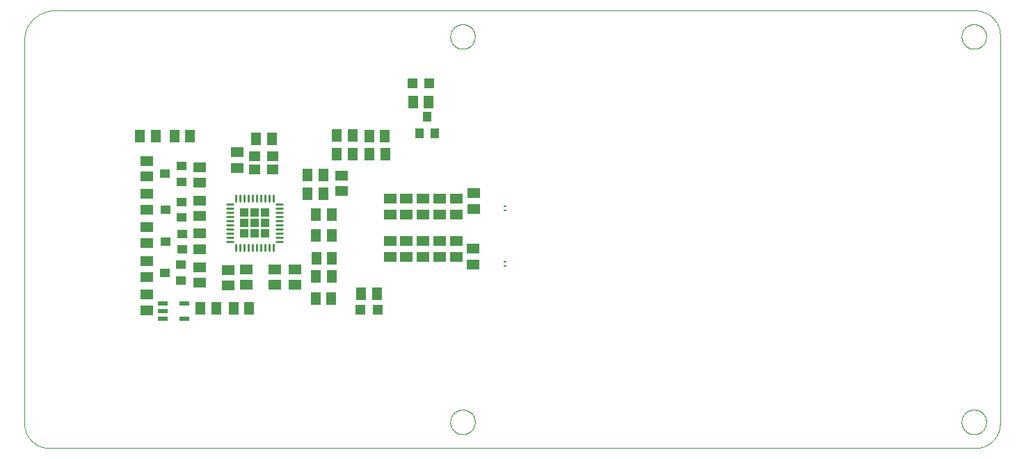
<source format=gtp>
G75*
%MOIN*%
%OFA0B0*%
%FSLAX25Y25*%
%IPPOS*%
%LPD*%
%AMOC8*
5,1,8,0,0,1.08239X$1,22.5*
%
%ADD10C,0.00000*%
%ADD11C,0.00984*%
%ADD12R,0.03937X0.03937*%
%ADD13R,0.05118X0.05906*%
%ADD14R,0.05906X0.05118*%
%ADD15R,0.05512X0.04724*%
%ADD16R,0.01693X0.01102*%
%ADD17R,0.04724X0.04724*%
%ADD18R,0.04724X0.02165*%
%ADD19R,0.05000X0.03937*%
%ADD20R,0.03937X0.05000*%
D10*
X0063780Y0019811D02*
X0063780Y0204189D01*
X0063796Y0204540D01*
X0063822Y0204891D01*
X0063855Y0205240D01*
X0063898Y0205589D01*
X0063949Y0205937D01*
X0064008Y0206283D01*
X0064076Y0206628D01*
X0064152Y0206971D01*
X0064237Y0207312D01*
X0064330Y0207651D01*
X0064432Y0207988D01*
X0064541Y0208322D01*
X0064659Y0208653D01*
X0064785Y0208981D01*
X0064919Y0209306D01*
X0065060Y0209628D01*
X0065210Y0209946D01*
X0065368Y0210260D01*
X0065533Y0210570D01*
X0065705Y0210876D01*
X0065885Y0211178D01*
X0066073Y0211475D01*
X0066268Y0211768D01*
X0066469Y0212056D01*
X0066678Y0212338D01*
X0066894Y0212616D01*
X0067116Y0212888D01*
X0067345Y0213154D01*
X0067581Y0213415D01*
X0067823Y0213670D01*
X0068071Y0213919D01*
X0068325Y0214162D01*
X0068585Y0214399D01*
X0068851Y0214629D01*
X0069122Y0214852D01*
X0069399Y0215069D01*
X0069680Y0215279D01*
X0069967Y0215482D01*
X0070259Y0215678D01*
X0070556Y0215866D01*
X0070857Y0216047D01*
X0071162Y0216221D01*
X0071472Y0216388D01*
X0071786Y0216546D01*
X0072103Y0216697D01*
X0072424Y0216840D01*
X0072749Y0216975D01*
X0073076Y0217102D01*
X0073407Y0217221D01*
X0073740Y0217332D01*
X0074077Y0217435D01*
X0074415Y0217529D01*
X0074756Y0217615D01*
X0075099Y0217693D01*
X0075443Y0217762D01*
X0075789Y0217823D01*
X0076137Y0217875D01*
X0076486Y0217919D01*
X0076835Y0217954D01*
X0077186Y0217980D01*
X0077537Y0217998D01*
X0077888Y0218008D01*
X0078240Y0218008D01*
X0078591Y0218000D01*
X0519409Y0218000D01*
X0531280Y0206189D02*
X0531280Y0019811D01*
X0531279Y0019811D02*
X0531275Y0019525D01*
X0531264Y0019239D01*
X0531246Y0018953D01*
X0531221Y0018668D01*
X0531189Y0018384D01*
X0531151Y0018100D01*
X0531105Y0017818D01*
X0531053Y0017537D01*
X0530994Y0017257D01*
X0530928Y0016978D01*
X0530855Y0016701D01*
X0530776Y0016426D01*
X0530690Y0016153D01*
X0530598Y0015883D01*
X0530499Y0015614D01*
X0530394Y0015348D01*
X0530282Y0015085D01*
X0530164Y0014824D01*
X0530040Y0014566D01*
X0529909Y0014312D01*
X0529772Y0014060D01*
X0529630Y0013812D01*
X0529481Y0013568D01*
X0529327Y0013327D01*
X0529166Y0013090D01*
X0529000Y0012857D01*
X0528829Y0012628D01*
X0528652Y0012403D01*
X0528469Y0012183D01*
X0528282Y0011967D01*
X0528089Y0011755D01*
X0527891Y0011549D01*
X0527688Y0011347D01*
X0527481Y0011150D01*
X0527268Y0010958D01*
X0527051Y0010771D01*
X0526830Y0010590D01*
X0526604Y0010414D01*
X0526374Y0010244D01*
X0526140Y0010079D01*
X0525903Y0009920D01*
X0525661Y0009767D01*
X0525416Y0009619D01*
X0525167Y0009478D01*
X0524915Y0009342D01*
X0524660Y0009213D01*
X0524401Y0009090D01*
X0524140Y0008973D01*
X0523876Y0008863D01*
X0523610Y0008759D01*
X0523341Y0008661D01*
X0523069Y0008570D01*
X0522796Y0008486D01*
X0522521Y0008408D01*
X0522244Y0008337D01*
X0521965Y0008273D01*
X0521685Y0008215D01*
X0521403Y0008164D01*
X0521120Y0008120D01*
X0520837Y0008083D01*
X0520552Y0008052D01*
X0520267Y0008029D01*
X0519981Y0008012D01*
X0519695Y0008003D01*
X0519409Y0008000D01*
X0075591Y0008000D01*
X0075306Y0008003D01*
X0075020Y0008014D01*
X0074735Y0008031D01*
X0074451Y0008055D01*
X0074167Y0008086D01*
X0073884Y0008124D01*
X0073603Y0008169D01*
X0073322Y0008220D01*
X0073042Y0008278D01*
X0072764Y0008343D01*
X0072488Y0008415D01*
X0072214Y0008493D01*
X0071941Y0008578D01*
X0071671Y0008670D01*
X0071403Y0008768D01*
X0071137Y0008872D01*
X0070874Y0008983D01*
X0070614Y0009100D01*
X0070356Y0009223D01*
X0070102Y0009353D01*
X0069851Y0009489D01*
X0069603Y0009630D01*
X0069359Y0009778D01*
X0069118Y0009931D01*
X0068882Y0010091D01*
X0068649Y0010256D01*
X0068420Y0010426D01*
X0068195Y0010602D01*
X0067975Y0010784D01*
X0067759Y0010970D01*
X0067548Y0011162D01*
X0067341Y0011359D01*
X0067139Y0011561D01*
X0066942Y0011768D01*
X0066750Y0011979D01*
X0066564Y0012195D01*
X0066382Y0012415D01*
X0066206Y0012640D01*
X0066036Y0012869D01*
X0065871Y0013102D01*
X0065711Y0013338D01*
X0065558Y0013579D01*
X0065410Y0013823D01*
X0065269Y0014071D01*
X0065133Y0014322D01*
X0065003Y0014576D01*
X0064880Y0014834D01*
X0064763Y0015094D01*
X0064652Y0015357D01*
X0064548Y0015623D01*
X0064450Y0015891D01*
X0064358Y0016161D01*
X0064273Y0016434D01*
X0064195Y0016708D01*
X0064123Y0016984D01*
X0064058Y0017262D01*
X0064000Y0017542D01*
X0063949Y0017823D01*
X0063904Y0018104D01*
X0063866Y0018387D01*
X0063835Y0018671D01*
X0063811Y0018955D01*
X0063794Y0019240D01*
X0063783Y0019526D01*
X0063780Y0019811D01*
X0267874Y0020500D02*
X0267876Y0020653D01*
X0267882Y0020807D01*
X0267892Y0020960D01*
X0267906Y0021112D01*
X0267924Y0021265D01*
X0267946Y0021416D01*
X0267971Y0021567D01*
X0268001Y0021718D01*
X0268035Y0021868D01*
X0268072Y0022016D01*
X0268113Y0022164D01*
X0268158Y0022310D01*
X0268207Y0022456D01*
X0268260Y0022600D01*
X0268316Y0022742D01*
X0268376Y0022883D01*
X0268440Y0023023D01*
X0268507Y0023161D01*
X0268578Y0023297D01*
X0268653Y0023431D01*
X0268730Y0023563D01*
X0268812Y0023693D01*
X0268896Y0023821D01*
X0268984Y0023947D01*
X0269075Y0024070D01*
X0269169Y0024191D01*
X0269267Y0024309D01*
X0269367Y0024425D01*
X0269471Y0024538D01*
X0269577Y0024649D01*
X0269686Y0024757D01*
X0269798Y0024862D01*
X0269912Y0024963D01*
X0270030Y0025062D01*
X0270149Y0025158D01*
X0270271Y0025251D01*
X0270396Y0025340D01*
X0270523Y0025427D01*
X0270652Y0025509D01*
X0270783Y0025589D01*
X0270916Y0025665D01*
X0271051Y0025738D01*
X0271188Y0025807D01*
X0271327Y0025872D01*
X0271467Y0025934D01*
X0271609Y0025992D01*
X0271752Y0026047D01*
X0271897Y0026098D01*
X0272043Y0026145D01*
X0272190Y0026188D01*
X0272338Y0026227D01*
X0272487Y0026263D01*
X0272637Y0026294D01*
X0272788Y0026322D01*
X0272939Y0026346D01*
X0273092Y0026366D01*
X0273244Y0026382D01*
X0273397Y0026394D01*
X0273550Y0026402D01*
X0273703Y0026406D01*
X0273857Y0026406D01*
X0274010Y0026402D01*
X0274163Y0026394D01*
X0274316Y0026382D01*
X0274468Y0026366D01*
X0274621Y0026346D01*
X0274772Y0026322D01*
X0274923Y0026294D01*
X0275073Y0026263D01*
X0275222Y0026227D01*
X0275370Y0026188D01*
X0275517Y0026145D01*
X0275663Y0026098D01*
X0275808Y0026047D01*
X0275951Y0025992D01*
X0276093Y0025934D01*
X0276233Y0025872D01*
X0276372Y0025807D01*
X0276509Y0025738D01*
X0276644Y0025665D01*
X0276777Y0025589D01*
X0276908Y0025509D01*
X0277037Y0025427D01*
X0277164Y0025340D01*
X0277289Y0025251D01*
X0277411Y0025158D01*
X0277530Y0025062D01*
X0277648Y0024963D01*
X0277762Y0024862D01*
X0277874Y0024757D01*
X0277983Y0024649D01*
X0278089Y0024538D01*
X0278193Y0024425D01*
X0278293Y0024309D01*
X0278391Y0024191D01*
X0278485Y0024070D01*
X0278576Y0023947D01*
X0278664Y0023821D01*
X0278748Y0023693D01*
X0278830Y0023563D01*
X0278907Y0023431D01*
X0278982Y0023297D01*
X0279053Y0023161D01*
X0279120Y0023023D01*
X0279184Y0022883D01*
X0279244Y0022742D01*
X0279300Y0022600D01*
X0279353Y0022456D01*
X0279402Y0022310D01*
X0279447Y0022164D01*
X0279488Y0022016D01*
X0279525Y0021868D01*
X0279559Y0021718D01*
X0279589Y0021567D01*
X0279614Y0021416D01*
X0279636Y0021265D01*
X0279654Y0021112D01*
X0279668Y0020960D01*
X0279678Y0020807D01*
X0279684Y0020653D01*
X0279686Y0020500D01*
X0279684Y0020347D01*
X0279678Y0020193D01*
X0279668Y0020040D01*
X0279654Y0019888D01*
X0279636Y0019735D01*
X0279614Y0019584D01*
X0279589Y0019433D01*
X0279559Y0019282D01*
X0279525Y0019132D01*
X0279488Y0018984D01*
X0279447Y0018836D01*
X0279402Y0018690D01*
X0279353Y0018544D01*
X0279300Y0018400D01*
X0279244Y0018258D01*
X0279184Y0018117D01*
X0279120Y0017977D01*
X0279053Y0017839D01*
X0278982Y0017703D01*
X0278907Y0017569D01*
X0278830Y0017437D01*
X0278748Y0017307D01*
X0278664Y0017179D01*
X0278576Y0017053D01*
X0278485Y0016930D01*
X0278391Y0016809D01*
X0278293Y0016691D01*
X0278193Y0016575D01*
X0278089Y0016462D01*
X0277983Y0016351D01*
X0277874Y0016243D01*
X0277762Y0016138D01*
X0277648Y0016037D01*
X0277530Y0015938D01*
X0277411Y0015842D01*
X0277289Y0015749D01*
X0277164Y0015660D01*
X0277037Y0015573D01*
X0276908Y0015491D01*
X0276777Y0015411D01*
X0276644Y0015335D01*
X0276509Y0015262D01*
X0276372Y0015193D01*
X0276233Y0015128D01*
X0276093Y0015066D01*
X0275951Y0015008D01*
X0275808Y0014953D01*
X0275663Y0014902D01*
X0275517Y0014855D01*
X0275370Y0014812D01*
X0275222Y0014773D01*
X0275073Y0014737D01*
X0274923Y0014706D01*
X0274772Y0014678D01*
X0274621Y0014654D01*
X0274468Y0014634D01*
X0274316Y0014618D01*
X0274163Y0014606D01*
X0274010Y0014598D01*
X0273857Y0014594D01*
X0273703Y0014594D01*
X0273550Y0014598D01*
X0273397Y0014606D01*
X0273244Y0014618D01*
X0273092Y0014634D01*
X0272939Y0014654D01*
X0272788Y0014678D01*
X0272637Y0014706D01*
X0272487Y0014737D01*
X0272338Y0014773D01*
X0272190Y0014812D01*
X0272043Y0014855D01*
X0271897Y0014902D01*
X0271752Y0014953D01*
X0271609Y0015008D01*
X0271467Y0015066D01*
X0271327Y0015128D01*
X0271188Y0015193D01*
X0271051Y0015262D01*
X0270916Y0015335D01*
X0270783Y0015411D01*
X0270652Y0015491D01*
X0270523Y0015573D01*
X0270396Y0015660D01*
X0270271Y0015749D01*
X0270149Y0015842D01*
X0270030Y0015938D01*
X0269912Y0016037D01*
X0269798Y0016138D01*
X0269686Y0016243D01*
X0269577Y0016351D01*
X0269471Y0016462D01*
X0269367Y0016575D01*
X0269267Y0016691D01*
X0269169Y0016809D01*
X0269075Y0016930D01*
X0268984Y0017053D01*
X0268896Y0017179D01*
X0268812Y0017307D01*
X0268730Y0017437D01*
X0268653Y0017569D01*
X0268578Y0017703D01*
X0268507Y0017839D01*
X0268440Y0017977D01*
X0268376Y0018117D01*
X0268316Y0018258D01*
X0268260Y0018400D01*
X0268207Y0018544D01*
X0268158Y0018690D01*
X0268113Y0018836D01*
X0268072Y0018984D01*
X0268035Y0019132D01*
X0268001Y0019282D01*
X0267971Y0019433D01*
X0267946Y0019584D01*
X0267924Y0019735D01*
X0267906Y0019888D01*
X0267892Y0020040D01*
X0267882Y0020193D01*
X0267876Y0020347D01*
X0267874Y0020500D01*
X0512874Y0020500D02*
X0512876Y0020653D01*
X0512882Y0020807D01*
X0512892Y0020960D01*
X0512906Y0021112D01*
X0512924Y0021265D01*
X0512946Y0021416D01*
X0512971Y0021567D01*
X0513001Y0021718D01*
X0513035Y0021868D01*
X0513072Y0022016D01*
X0513113Y0022164D01*
X0513158Y0022310D01*
X0513207Y0022456D01*
X0513260Y0022600D01*
X0513316Y0022742D01*
X0513376Y0022883D01*
X0513440Y0023023D01*
X0513507Y0023161D01*
X0513578Y0023297D01*
X0513653Y0023431D01*
X0513730Y0023563D01*
X0513812Y0023693D01*
X0513896Y0023821D01*
X0513984Y0023947D01*
X0514075Y0024070D01*
X0514169Y0024191D01*
X0514267Y0024309D01*
X0514367Y0024425D01*
X0514471Y0024538D01*
X0514577Y0024649D01*
X0514686Y0024757D01*
X0514798Y0024862D01*
X0514912Y0024963D01*
X0515030Y0025062D01*
X0515149Y0025158D01*
X0515271Y0025251D01*
X0515396Y0025340D01*
X0515523Y0025427D01*
X0515652Y0025509D01*
X0515783Y0025589D01*
X0515916Y0025665D01*
X0516051Y0025738D01*
X0516188Y0025807D01*
X0516327Y0025872D01*
X0516467Y0025934D01*
X0516609Y0025992D01*
X0516752Y0026047D01*
X0516897Y0026098D01*
X0517043Y0026145D01*
X0517190Y0026188D01*
X0517338Y0026227D01*
X0517487Y0026263D01*
X0517637Y0026294D01*
X0517788Y0026322D01*
X0517939Y0026346D01*
X0518092Y0026366D01*
X0518244Y0026382D01*
X0518397Y0026394D01*
X0518550Y0026402D01*
X0518703Y0026406D01*
X0518857Y0026406D01*
X0519010Y0026402D01*
X0519163Y0026394D01*
X0519316Y0026382D01*
X0519468Y0026366D01*
X0519621Y0026346D01*
X0519772Y0026322D01*
X0519923Y0026294D01*
X0520073Y0026263D01*
X0520222Y0026227D01*
X0520370Y0026188D01*
X0520517Y0026145D01*
X0520663Y0026098D01*
X0520808Y0026047D01*
X0520951Y0025992D01*
X0521093Y0025934D01*
X0521233Y0025872D01*
X0521372Y0025807D01*
X0521509Y0025738D01*
X0521644Y0025665D01*
X0521777Y0025589D01*
X0521908Y0025509D01*
X0522037Y0025427D01*
X0522164Y0025340D01*
X0522289Y0025251D01*
X0522411Y0025158D01*
X0522530Y0025062D01*
X0522648Y0024963D01*
X0522762Y0024862D01*
X0522874Y0024757D01*
X0522983Y0024649D01*
X0523089Y0024538D01*
X0523193Y0024425D01*
X0523293Y0024309D01*
X0523391Y0024191D01*
X0523485Y0024070D01*
X0523576Y0023947D01*
X0523664Y0023821D01*
X0523748Y0023693D01*
X0523830Y0023563D01*
X0523907Y0023431D01*
X0523982Y0023297D01*
X0524053Y0023161D01*
X0524120Y0023023D01*
X0524184Y0022883D01*
X0524244Y0022742D01*
X0524300Y0022600D01*
X0524353Y0022456D01*
X0524402Y0022310D01*
X0524447Y0022164D01*
X0524488Y0022016D01*
X0524525Y0021868D01*
X0524559Y0021718D01*
X0524589Y0021567D01*
X0524614Y0021416D01*
X0524636Y0021265D01*
X0524654Y0021112D01*
X0524668Y0020960D01*
X0524678Y0020807D01*
X0524684Y0020653D01*
X0524686Y0020500D01*
X0524684Y0020347D01*
X0524678Y0020193D01*
X0524668Y0020040D01*
X0524654Y0019888D01*
X0524636Y0019735D01*
X0524614Y0019584D01*
X0524589Y0019433D01*
X0524559Y0019282D01*
X0524525Y0019132D01*
X0524488Y0018984D01*
X0524447Y0018836D01*
X0524402Y0018690D01*
X0524353Y0018544D01*
X0524300Y0018400D01*
X0524244Y0018258D01*
X0524184Y0018117D01*
X0524120Y0017977D01*
X0524053Y0017839D01*
X0523982Y0017703D01*
X0523907Y0017569D01*
X0523830Y0017437D01*
X0523748Y0017307D01*
X0523664Y0017179D01*
X0523576Y0017053D01*
X0523485Y0016930D01*
X0523391Y0016809D01*
X0523293Y0016691D01*
X0523193Y0016575D01*
X0523089Y0016462D01*
X0522983Y0016351D01*
X0522874Y0016243D01*
X0522762Y0016138D01*
X0522648Y0016037D01*
X0522530Y0015938D01*
X0522411Y0015842D01*
X0522289Y0015749D01*
X0522164Y0015660D01*
X0522037Y0015573D01*
X0521908Y0015491D01*
X0521777Y0015411D01*
X0521644Y0015335D01*
X0521509Y0015262D01*
X0521372Y0015193D01*
X0521233Y0015128D01*
X0521093Y0015066D01*
X0520951Y0015008D01*
X0520808Y0014953D01*
X0520663Y0014902D01*
X0520517Y0014855D01*
X0520370Y0014812D01*
X0520222Y0014773D01*
X0520073Y0014737D01*
X0519923Y0014706D01*
X0519772Y0014678D01*
X0519621Y0014654D01*
X0519468Y0014634D01*
X0519316Y0014618D01*
X0519163Y0014606D01*
X0519010Y0014598D01*
X0518857Y0014594D01*
X0518703Y0014594D01*
X0518550Y0014598D01*
X0518397Y0014606D01*
X0518244Y0014618D01*
X0518092Y0014634D01*
X0517939Y0014654D01*
X0517788Y0014678D01*
X0517637Y0014706D01*
X0517487Y0014737D01*
X0517338Y0014773D01*
X0517190Y0014812D01*
X0517043Y0014855D01*
X0516897Y0014902D01*
X0516752Y0014953D01*
X0516609Y0015008D01*
X0516467Y0015066D01*
X0516327Y0015128D01*
X0516188Y0015193D01*
X0516051Y0015262D01*
X0515916Y0015335D01*
X0515783Y0015411D01*
X0515652Y0015491D01*
X0515523Y0015573D01*
X0515396Y0015660D01*
X0515271Y0015749D01*
X0515149Y0015842D01*
X0515030Y0015938D01*
X0514912Y0016037D01*
X0514798Y0016138D01*
X0514686Y0016243D01*
X0514577Y0016351D01*
X0514471Y0016462D01*
X0514367Y0016575D01*
X0514267Y0016691D01*
X0514169Y0016809D01*
X0514075Y0016930D01*
X0513984Y0017053D01*
X0513896Y0017179D01*
X0513812Y0017307D01*
X0513730Y0017437D01*
X0513653Y0017569D01*
X0513578Y0017703D01*
X0513507Y0017839D01*
X0513440Y0017977D01*
X0513376Y0018117D01*
X0513316Y0018258D01*
X0513260Y0018400D01*
X0513207Y0018544D01*
X0513158Y0018690D01*
X0513113Y0018836D01*
X0513072Y0018984D01*
X0513035Y0019132D01*
X0513001Y0019282D01*
X0512971Y0019433D01*
X0512946Y0019584D01*
X0512924Y0019735D01*
X0512906Y0019888D01*
X0512892Y0020040D01*
X0512882Y0020193D01*
X0512876Y0020347D01*
X0512874Y0020500D01*
X0512874Y0205500D02*
X0512876Y0205653D01*
X0512882Y0205807D01*
X0512892Y0205960D01*
X0512906Y0206112D01*
X0512924Y0206265D01*
X0512946Y0206416D01*
X0512971Y0206567D01*
X0513001Y0206718D01*
X0513035Y0206868D01*
X0513072Y0207016D01*
X0513113Y0207164D01*
X0513158Y0207310D01*
X0513207Y0207456D01*
X0513260Y0207600D01*
X0513316Y0207742D01*
X0513376Y0207883D01*
X0513440Y0208023D01*
X0513507Y0208161D01*
X0513578Y0208297D01*
X0513653Y0208431D01*
X0513730Y0208563D01*
X0513812Y0208693D01*
X0513896Y0208821D01*
X0513984Y0208947D01*
X0514075Y0209070D01*
X0514169Y0209191D01*
X0514267Y0209309D01*
X0514367Y0209425D01*
X0514471Y0209538D01*
X0514577Y0209649D01*
X0514686Y0209757D01*
X0514798Y0209862D01*
X0514912Y0209963D01*
X0515030Y0210062D01*
X0515149Y0210158D01*
X0515271Y0210251D01*
X0515396Y0210340D01*
X0515523Y0210427D01*
X0515652Y0210509D01*
X0515783Y0210589D01*
X0515916Y0210665D01*
X0516051Y0210738D01*
X0516188Y0210807D01*
X0516327Y0210872D01*
X0516467Y0210934D01*
X0516609Y0210992D01*
X0516752Y0211047D01*
X0516897Y0211098D01*
X0517043Y0211145D01*
X0517190Y0211188D01*
X0517338Y0211227D01*
X0517487Y0211263D01*
X0517637Y0211294D01*
X0517788Y0211322D01*
X0517939Y0211346D01*
X0518092Y0211366D01*
X0518244Y0211382D01*
X0518397Y0211394D01*
X0518550Y0211402D01*
X0518703Y0211406D01*
X0518857Y0211406D01*
X0519010Y0211402D01*
X0519163Y0211394D01*
X0519316Y0211382D01*
X0519468Y0211366D01*
X0519621Y0211346D01*
X0519772Y0211322D01*
X0519923Y0211294D01*
X0520073Y0211263D01*
X0520222Y0211227D01*
X0520370Y0211188D01*
X0520517Y0211145D01*
X0520663Y0211098D01*
X0520808Y0211047D01*
X0520951Y0210992D01*
X0521093Y0210934D01*
X0521233Y0210872D01*
X0521372Y0210807D01*
X0521509Y0210738D01*
X0521644Y0210665D01*
X0521777Y0210589D01*
X0521908Y0210509D01*
X0522037Y0210427D01*
X0522164Y0210340D01*
X0522289Y0210251D01*
X0522411Y0210158D01*
X0522530Y0210062D01*
X0522648Y0209963D01*
X0522762Y0209862D01*
X0522874Y0209757D01*
X0522983Y0209649D01*
X0523089Y0209538D01*
X0523193Y0209425D01*
X0523293Y0209309D01*
X0523391Y0209191D01*
X0523485Y0209070D01*
X0523576Y0208947D01*
X0523664Y0208821D01*
X0523748Y0208693D01*
X0523830Y0208563D01*
X0523907Y0208431D01*
X0523982Y0208297D01*
X0524053Y0208161D01*
X0524120Y0208023D01*
X0524184Y0207883D01*
X0524244Y0207742D01*
X0524300Y0207600D01*
X0524353Y0207456D01*
X0524402Y0207310D01*
X0524447Y0207164D01*
X0524488Y0207016D01*
X0524525Y0206868D01*
X0524559Y0206718D01*
X0524589Y0206567D01*
X0524614Y0206416D01*
X0524636Y0206265D01*
X0524654Y0206112D01*
X0524668Y0205960D01*
X0524678Y0205807D01*
X0524684Y0205653D01*
X0524686Y0205500D01*
X0524684Y0205347D01*
X0524678Y0205193D01*
X0524668Y0205040D01*
X0524654Y0204888D01*
X0524636Y0204735D01*
X0524614Y0204584D01*
X0524589Y0204433D01*
X0524559Y0204282D01*
X0524525Y0204132D01*
X0524488Y0203984D01*
X0524447Y0203836D01*
X0524402Y0203690D01*
X0524353Y0203544D01*
X0524300Y0203400D01*
X0524244Y0203258D01*
X0524184Y0203117D01*
X0524120Y0202977D01*
X0524053Y0202839D01*
X0523982Y0202703D01*
X0523907Y0202569D01*
X0523830Y0202437D01*
X0523748Y0202307D01*
X0523664Y0202179D01*
X0523576Y0202053D01*
X0523485Y0201930D01*
X0523391Y0201809D01*
X0523293Y0201691D01*
X0523193Y0201575D01*
X0523089Y0201462D01*
X0522983Y0201351D01*
X0522874Y0201243D01*
X0522762Y0201138D01*
X0522648Y0201037D01*
X0522530Y0200938D01*
X0522411Y0200842D01*
X0522289Y0200749D01*
X0522164Y0200660D01*
X0522037Y0200573D01*
X0521908Y0200491D01*
X0521777Y0200411D01*
X0521644Y0200335D01*
X0521509Y0200262D01*
X0521372Y0200193D01*
X0521233Y0200128D01*
X0521093Y0200066D01*
X0520951Y0200008D01*
X0520808Y0199953D01*
X0520663Y0199902D01*
X0520517Y0199855D01*
X0520370Y0199812D01*
X0520222Y0199773D01*
X0520073Y0199737D01*
X0519923Y0199706D01*
X0519772Y0199678D01*
X0519621Y0199654D01*
X0519468Y0199634D01*
X0519316Y0199618D01*
X0519163Y0199606D01*
X0519010Y0199598D01*
X0518857Y0199594D01*
X0518703Y0199594D01*
X0518550Y0199598D01*
X0518397Y0199606D01*
X0518244Y0199618D01*
X0518092Y0199634D01*
X0517939Y0199654D01*
X0517788Y0199678D01*
X0517637Y0199706D01*
X0517487Y0199737D01*
X0517338Y0199773D01*
X0517190Y0199812D01*
X0517043Y0199855D01*
X0516897Y0199902D01*
X0516752Y0199953D01*
X0516609Y0200008D01*
X0516467Y0200066D01*
X0516327Y0200128D01*
X0516188Y0200193D01*
X0516051Y0200262D01*
X0515916Y0200335D01*
X0515783Y0200411D01*
X0515652Y0200491D01*
X0515523Y0200573D01*
X0515396Y0200660D01*
X0515271Y0200749D01*
X0515149Y0200842D01*
X0515030Y0200938D01*
X0514912Y0201037D01*
X0514798Y0201138D01*
X0514686Y0201243D01*
X0514577Y0201351D01*
X0514471Y0201462D01*
X0514367Y0201575D01*
X0514267Y0201691D01*
X0514169Y0201809D01*
X0514075Y0201930D01*
X0513984Y0202053D01*
X0513896Y0202179D01*
X0513812Y0202307D01*
X0513730Y0202437D01*
X0513653Y0202569D01*
X0513578Y0202703D01*
X0513507Y0202839D01*
X0513440Y0202977D01*
X0513376Y0203117D01*
X0513316Y0203258D01*
X0513260Y0203400D01*
X0513207Y0203544D01*
X0513158Y0203690D01*
X0513113Y0203836D01*
X0513072Y0203984D01*
X0513035Y0204132D01*
X0513001Y0204282D01*
X0512971Y0204433D01*
X0512946Y0204584D01*
X0512924Y0204735D01*
X0512906Y0204888D01*
X0512892Y0205040D01*
X0512882Y0205193D01*
X0512876Y0205347D01*
X0512874Y0205500D01*
X0519409Y0218000D02*
X0519695Y0217997D01*
X0519981Y0217988D01*
X0520267Y0217971D01*
X0520552Y0217948D01*
X0520837Y0217917D01*
X0521120Y0217880D01*
X0521403Y0217836D01*
X0521685Y0217785D01*
X0521965Y0217727D01*
X0522244Y0217663D01*
X0522521Y0217592D01*
X0522796Y0217514D01*
X0523069Y0217430D01*
X0523341Y0217339D01*
X0523610Y0217241D01*
X0523876Y0217137D01*
X0524140Y0217027D01*
X0524401Y0216910D01*
X0524660Y0216787D01*
X0524915Y0216658D01*
X0525167Y0216522D01*
X0525416Y0216381D01*
X0525661Y0216233D01*
X0525903Y0216080D01*
X0526140Y0215921D01*
X0526374Y0215756D01*
X0526604Y0215586D01*
X0526830Y0215410D01*
X0527051Y0215229D01*
X0527268Y0215042D01*
X0527481Y0214850D01*
X0527688Y0214653D01*
X0527891Y0214451D01*
X0528089Y0214245D01*
X0528282Y0214033D01*
X0528469Y0213817D01*
X0528652Y0213597D01*
X0528829Y0213372D01*
X0529000Y0213143D01*
X0529166Y0212910D01*
X0529327Y0212673D01*
X0529481Y0212432D01*
X0529630Y0212188D01*
X0529772Y0211940D01*
X0529909Y0211688D01*
X0530040Y0211434D01*
X0530164Y0211176D01*
X0530282Y0210915D01*
X0530394Y0210652D01*
X0530499Y0210386D01*
X0530598Y0210117D01*
X0530690Y0209847D01*
X0530776Y0209574D01*
X0530855Y0209299D01*
X0530928Y0209022D01*
X0530994Y0208743D01*
X0531053Y0208463D01*
X0531105Y0208182D01*
X0531151Y0207900D01*
X0531189Y0207616D01*
X0531221Y0207332D01*
X0531246Y0207047D01*
X0531264Y0206761D01*
X0531275Y0206475D01*
X0531279Y0206189D01*
X0267874Y0205500D02*
X0267876Y0205653D01*
X0267882Y0205807D01*
X0267892Y0205960D01*
X0267906Y0206112D01*
X0267924Y0206265D01*
X0267946Y0206416D01*
X0267971Y0206567D01*
X0268001Y0206718D01*
X0268035Y0206868D01*
X0268072Y0207016D01*
X0268113Y0207164D01*
X0268158Y0207310D01*
X0268207Y0207456D01*
X0268260Y0207600D01*
X0268316Y0207742D01*
X0268376Y0207883D01*
X0268440Y0208023D01*
X0268507Y0208161D01*
X0268578Y0208297D01*
X0268653Y0208431D01*
X0268730Y0208563D01*
X0268812Y0208693D01*
X0268896Y0208821D01*
X0268984Y0208947D01*
X0269075Y0209070D01*
X0269169Y0209191D01*
X0269267Y0209309D01*
X0269367Y0209425D01*
X0269471Y0209538D01*
X0269577Y0209649D01*
X0269686Y0209757D01*
X0269798Y0209862D01*
X0269912Y0209963D01*
X0270030Y0210062D01*
X0270149Y0210158D01*
X0270271Y0210251D01*
X0270396Y0210340D01*
X0270523Y0210427D01*
X0270652Y0210509D01*
X0270783Y0210589D01*
X0270916Y0210665D01*
X0271051Y0210738D01*
X0271188Y0210807D01*
X0271327Y0210872D01*
X0271467Y0210934D01*
X0271609Y0210992D01*
X0271752Y0211047D01*
X0271897Y0211098D01*
X0272043Y0211145D01*
X0272190Y0211188D01*
X0272338Y0211227D01*
X0272487Y0211263D01*
X0272637Y0211294D01*
X0272788Y0211322D01*
X0272939Y0211346D01*
X0273092Y0211366D01*
X0273244Y0211382D01*
X0273397Y0211394D01*
X0273550Y0211402D01*
X0273703Y0211406D01*
X0273857Y0211406D01*
X0274010Y0211402D01*
X0274163Y0211394D01*
X0274316Y0211382D01*
X0274468Y0211366D01*
X0274621Y0211346D01*
X0274772Y0211322D01*
X0274923Y0211294D01*
X0275073Y0211263D01*
X0275222Y0211227D01*
X0275370Y0211188D01*
X0275517Y0211145D01*
X0275663Y0211098D01*
X0275808Y0211047D01*
X0275951Y0210992D01*
X0276093Y0210934D01*
X0276233Y0210872D01*
X0276372Y0210807D01*
X0276509Y0210738D01*
X0276644Y0210665D01*
X0276777Y0210589D01*
X0276908Y0210509D01*
X0277037Y0210427D01*
X0277164Y0210340D01*
X0277289Y0210251D01*
X0277411Y0210158D01*
X0277530Y0210062D01*
X0277648Y0209963D01*
X0277762Y0209862D01*
X0277874Y0209757D01*
X0277983Y0209649D01*
X0278089Y0209538D01*
X0278193Y0209425D01*
X0278293Y0209309D01*
X0278391Y0209191D01*
X0278485Y0209070D01*
X0278576Y0208947D01*
X0278664Y0208821D01*
X0278748Y0208693D01*
X0278830Y0208563D01*
X0278907Y0208431D01*
X0278982Y0208297D01*
X0279053Y0208161D01*
X0279120Y0208023D01*
X0279184Y0207883D01*
X0279244Y0207742D01*
X0279300Y0207600D01*
X0279353Y0207456D01*
X0279402Y0207310D01*
X0279447Y0207164D01*
X0279488Y0207016D01*
X0279525Y0206868D01*
X0279559Y0206718D01*
X0279589Y0206567D01*
X0279614Y0206416D01*
X0279636Y0206265D01*
X0279654Y0206112D01*
X0279668Y0205960D01*
X0279678Y0205807D01*
X0279684Y0205653D01*
X0279686Y0205500D01*
X0279684Y0205347D01*
X0279678Y0205193D01*
X0279668Y0205040D01*
X0279654Y0204888D01*
X0279636Y0204735D01*
X0279614Y0204584D01*
X0279589Y0204433D01*
X0279559Y0204282D01*
X0279525Y0204132D01*
X0279488Y0203984D01*
X0279447Y0203836D01*
X0279402Y0203690D01*
X0279353Y0203544D01*
X0279300Y0203400D01*
X0279244Y0203258D01*
X0279184Y0203117D01*
X0279120Y0202977D01*
X0279053Y0202839D01*
X0278982Y0202703D01*
X0278907Y0202569D01*
X0278830Y0202437D01*
X0278748Y0202307D01*
X0278664Y0202179D01*
X0278576Y0202053D01*
X0278485Y0201930D01*
X0278391Y0201809D01*
X0278293Y0201691D01*
X0278193Y0201575D01*
X0278089Y0201462D01*
X0277983Y0201351D01*
X0277874Y0201243D01*
X0277762Y0201138D01*
X0277648Y0201037D01*
X0277530Y0200938D01*
X0277411Y0200842D01*
X0277289Y0200749D01*
X0277164Y0200660D01*
X0277037Y0200573D01*
X0276908Y0200491D01*
X0276777Y0200411D01*
X0276644Y0200335D01*
X0276509Y0200262D01*
X0276372Y0200193D01*
X0276233Y0200128D01*
X0276093Y0200066D01*
X0275951Y0200008D01*
X0275808Y0199953D01*
X0275663Y0199902D01*
X0275517Y0199855D01*
X0275370Y0199812D01*
X0275222Y0199773D01*
X0275073Y0199737D01*
X0274923Y0199706D01*
X0274772Y0199678D01*
X0274621Y0199654D01*
X0274468Y0199634D01*
X0274316Y0199618D01*
X0274163Y0199606D01*
X0274010Y0199598D01*
X0273857Y0199594D01*
X0273703Y0199594D01*
X0273550Y0199598D01*
X0273397Y0199606D01*
X0273244Y0199618D01*
X0273092Y0199634D01*
X0272939Y0199654D01*
X0272788Y0199678D01*
X0272637Y0199706D01*
X0272487Y0199737D01*
X0272338Y0199773D01*
X0272190Y0199812D01*
X0272043Y0199855D01*
X0271897Y0199902D01*
X0271752Y0199953D01*
X0271609Y0200008D01*
X0271467Y0200066D01*
X0271327Y0200128D01*
X0271188Y0200193D01*
X0271051Y0200262D01*
X0270916Y0200335D01*
X0270783Y0200411D01*
X0270652Y0200491D01*
X0270523Y0200573D01*
X0270396Y0200660D01*
X0270271Y0200749D01*
X0270149Y0200842D01*
X0270030Y0200938D01*
X0269912Y0201037D01*
X0269798Y0201138D01*
X0269686Y0201243D01*
X0269577Y0201351D01*
X0269471Y0201462D01*
X0269367Y0201575D01*
X0269267Y0201691D01*
X0269169Y0201809D01*
X0269075Y0201930D01*
X0268984Y0202053D01*
X0268896Y0202179D01*
X0268812Y0202307D01*
X0268730Y0202437D01*
X0268653Y0202569D01*
X0268578Y0202703D01*
X0268507Y0202839D01*
X0268440Y0202977D01*
X0268376Y0203117D01*
X0268316Y0203258D01*
X0268260Y0203400D01*
X0268207Y0203544D01*
X0268158Y0203690D01*
X0268113Y0203836D01*
X0268072Y0203984D01*
X0268035Y0204132D01*
X0268001Y0204282D01*
X0267971Y0204433D01*
X0267946Y0204584D01*
X0267924Y0204735D01*
X0267906Y0204888D01*
X0267892Y0205040D01*
X0267882Y0205193D01*
X0267876Y0205347D01*
X0267874Y0205500D01*
D11*
X0182953Y0129319D02*
X0182953Y0126367D01*
X0180984Y0126367D02*
X0180984Y0129319D01*
X0179016Y0129319D02*
X0179016Y0126367D01*
X0177047Y0126367D02*
X0177047Y0129319D01*
X0175079Y0129319D02*
X0175079Y0126367D01*
X0173110Y0126367D02*
X0173110Y0129319D01*
X0171142Y0129319D02*
X0171142Y0126367D01*
X0169173Y0126367D02*
X0169173Y0129319D01*
X0167205Y0129319D02*
X0167205Y0126367D01*
X0165236Y0126367D02*
X0165236Y0129319D01*
X0163799Y0124929D02*
X0160847Y0124929D01*
X0160847Y0122961D02*
X0163799Y0122961D01*
X0163799Y0120992D02*
X0160847Y0120992D01*
X0160847Y0119024D02*
X0163799Y0119024D01*
X0163799Y0117055D02*
X0160847Y0117055D01*
X0160847Y0115087D02*
X0163799Y0115087D01*
X0163799Y0113118D02*
X0160847Y0113118D01*
X0160847Y0111150D02*
X0163799Y0111150D01*
X0163799Y0109181D02*
X0160847Y0109181D01*
X0160847Y0107213D02*
X0163799Y0107213D01*
X0165236Y0105775D02*
X0165236Y0102823D01*
X0167205Y0102823D02*
X0167205Y0105775D01*
X0169173Y0105775D02*
X0169173Y0102823D01*
X0171142Y0102823D02*
X0171142Y0105775D01*
X0173110Y0105775D02*
X0173110Y0102823D01*
X0175079Y0102823D02*
X0175079Y0105775D01*
X0177047Y0105775D02*
X0177047Y0102823D01*
X0179016Y0102823D02*
X0179016Y0105775D01*
X0180984Y0105775D02*
X0180984Y0102823D01*
X0182953Y0102823D02*
X0182953Y0105775D01*
X0184390Y0107213D02*
X0187342Y0107213D01*
X0187342Y0109181D02*
X0184390Y0109181D01*
X0184390Y0111150D02*
X0187342Y0111150D01*
X0187342Y0113118D02*
X0184390Y0113118D01*
X0184390Y0115087D02*
X0187342Y0115087D01*
X0187342Y0117055D02*
X0184390Y0117055D01*
X0184390Y0119024D02*
X0187342Y0119024D01*
X0187342Y0120992D02*
X0184390Y0120992D01*
X0184390Y0122961D02*
X0187342Y0122961D01*
X0187342Y0124929D02*
X0184390Y0124929D01*
D12*
X0179213Y0121189D03*
X0174094Y0121189D03*
X0168976Y0121189D03*
X0168976Y0116071D03*
X0174094Y0116071D03*
X0179213Y0116071D03*
X0179213Y0110953D03*
X0174094Y0110953D03*
X0168976Y0110953D03*
D13*
X0203480Y0110000D03*
X0210961Y0110000D03*
X0210961Y0120000D03*
X0203480Y0120000D03*
X0206961Y0130000D03*
X0199480Y0130000D03*
X0199480Y0139000D03*
X0206961Y0139000D03*
X0213496Y0148984D03*
X0220976Y0148984D03*
X0229124Y0148959D03*
X0236604Y0148959D03*
X0236561Y0157837D03*
X0229080Y0157837D03*
X0220976Y0157953D03*
X0213496Y0157953D03*
X0182335Y0156322D03*
X0174855Y0156322D03*
X0143120Y0157800D03*
X0135639Y0157800D03*
X0126720Y0157900D03*
X0119239Y0157900D03*
X0250039Y0174000D03*
X0257520Y0174000D03*
X0211120Y0099175D03*
X0203639Y0099175D03*
X0203580Y0090400D03*
X0211061Y0090400D03*
X0225205Y0082209D03*
X0232685Y0082209D03*
X0210920Y0079825D03*
X0203439Y0079825D03*
X0171520Y0075200D03*
X0164039Y0075200D03*
X0155628Y0075086D03*
X0148147Y0075086D03*
D14*
X0122507Y0074176D03*
X0122507Y0081657D03*
X0122380Y0090160D03*
X0122380Y0097640D03*
X0122280Y0106460D03*
X0122280Y0113940D03*
X0122380Y0122560D03*
X0122380Y0130040D03*
X0122380Y0138260D03*
X0122380Y0145740D03*
X0147780Y0142740D03*
X0147780Y0135260D03*
X0147780Y0126740D03*
X0147780Y0119260D03*
X0147680Y0110940D03*
X0147680Y0103460D03*
X0147680Y0094740D03*
X0161339Y0093540D03*
X0170220Y0093740D03*
X0170220Y0086260D03*
X0161339Y0086060D03*
X0147680Y0087260D03*
X0183780Y0086319D03*
X0193380Y0086319D03*
X0193380Y0093799D03*
X0183780Y0093799D03*
X0239252Y0099776D03*
X0246752Y0099776D03*
X0254736Y0099776D03*
X0262720Y0099776D03*
X0270705Y0099776D03*
X0278705Y0096244D03*
X0278705Y0103724D03*
X0270705Y0107256D03*
X0262720Y0107256D03*
X0254736Y0107256D03*
X0246752Y0107256D03*
X0239252Y0107256D03*
X0239252Y0120244D03*
X0246752Y0120244D03*
X0254736Y0120244D03*
X0262720Y0120244D03*
X0270705Y0120244D03*
X0279189Y0122776D03*
X0270705Y0127724D03*
X0262720Y0127724D03*
X0254736Y0127724D03*
X0246752Y0127724D03*
X0239252Y0127724D03*
X0215720Y0131260D03*
X0215720Y0138740D03*
X0165657Y0142476D03*
X0165657Y0149956D03*
X0279189Y0130256D03*
D15*
X0182688Y0141650D03*
X0174027Y0141650D03*
X0174027Y0147950D03*
X0182688Y0147950D03*
D16*
X0294220Y0124004D03*
X0294220Y0121996D03*
X0294220Y0097504D03*
X0294220Y0095496D03*
D17*
X0233079Y0074335D03*
X0224811Y0074335D03*
X0249646Y0183000D03*
X0257913Y0183000D03*
D18*
X0140360Y0077491D03*
X0130123Y0077491D03*
X0130123Y0073751D03*
X0130123Y0070011D03*
X0140360Y0070011D03*
D19*
X0138917Y0088460D03*
X0131043Y0092200D03*
X0138917Y0095940D03*
X0139317Y0103360D03*
X0131443Y0107100D03*
X0139317Y0110840D03*
X0139217Y0118760D03*
X0131343Y0122500D03*
X0139217Y0126240D03*
X0139117Y0135860D03*
X0131243Y0139600D03*
X0139117Y0143340D03*
D20*
X0253039Y0159063D03*
X0260520Y0159063D03*
X0256780Y0166937D03*
M02*

</source>
